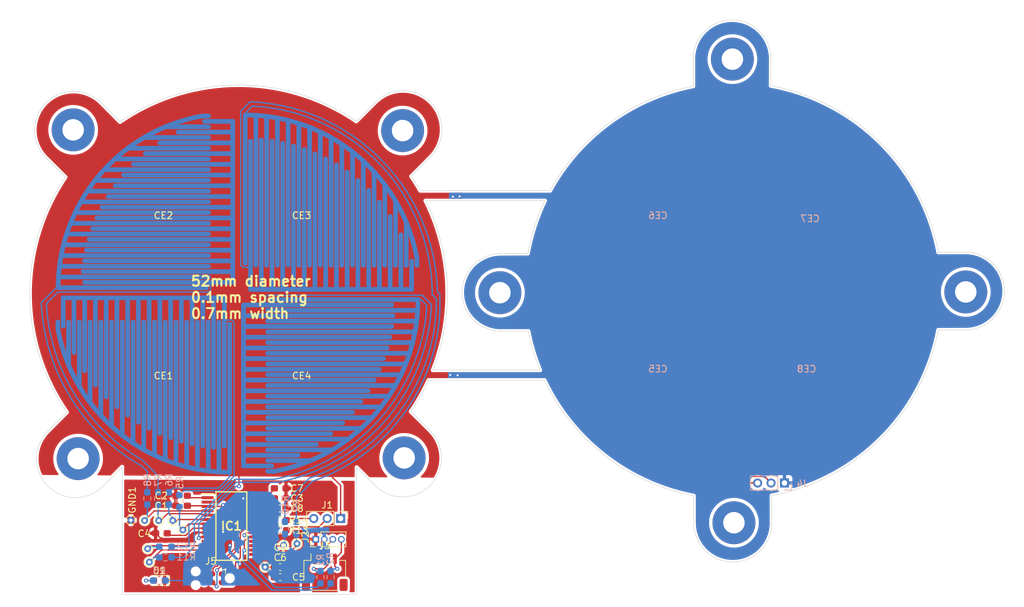
<source format=kicad_pcb>
(kicad_pcb (version 20241229) (generator "pcbnew") (generator_version "9.0")
  (layers (0 "F.Cu" signal) (2 "B.Cu" signal) (13 "F.Paste" user) (15 "B.Paste" user) (5 "F.SilkS" user "F.Silkscreen") (7 "B.SilkS" user "B.Silkscreen") (1 "F.Mask" user) (3 "B.Mask" user) (25 "Edge.Cuts" user))
  (net 0 "")
  (net 1 "Net-(IC1-VCCD)")
  (net 2 "GND")
  (net 3 "VDD")
  (net 4 "Net-(IC1-P5.2)")
  (net 5 "Net-(IC1-P5.3)")
  (net 6 "Net-(IC1-P5.0)")
  (net 7 "Net-(CE1-Pad2)")
  (net 8 "Net-(CE1-Pad1)")
  (net 9 "Net-(CE2-Pad2)")
  (net 10 "Net-(CE2-Pad1)")
  (net 15 "Net-(CE3-Pad1)")
  (net 16 "Net-(CE3-Pad2)")
  (net 17 "Net-(CE4-Pad1)")
  (net 18 "Net-(CE4-Pad2)")
  (net 19 "CAP3B")
  (net 20 "CAP2A")
  (net 21 "Net-(J1-Pin_3)")
  (net 22 "Net-(IC1-P0.1)")
  (net 27 "CAP0B")
  (net 28 "/RESET")
  (net 29 "Net-(IC1-P3.7)")
  (net 30 "CAP0A")
  (net 31 "CAP4A")
  (net 32 "Net-(IC1-P0.0)")
  (net 33 "CAP1A")
  (net 34 "CAP2B")
  (net 35 "CAP4B")
  (net 36 "Net-(IC1-P3.6)")
  (net 37 "CAP1B")
  (net 38 "CAP3A")
  (net 39 "SCL")
  (net 40 "SDA")
  (net 41 "SHIELD")
  (net 42 "Net-(J1-Pin_2)")
  (net 45 "Net-(D1-A)")
  (footprint "ECE382N:07W_01S_52D_COIL_BACK" (layer "F.Cu") (at 114.498103 83.585625 180)
    (property "Reference" "CE2")
    (property "Value" "C")
  )
  (footprint "MountingHole:MountingHole_3.2mm_M3_Pad" (layer "F.Cu") (at 154.300603 84.326125)
    (property "Reference" "H8" (hide yes))
    (property "Value" "~")
  )
  (footprint "ECE382N:07W_01S_52D_COIL_BACK" (layer "F.Cu") (at 116.353103 83.835625 90)
    (property "Reference" "CE3")
    (property "Value" "C")
  )
  (footprint "Capacitor_SMD:C_0603_1608Metric_Pad1.08x0.95mm_HandSolder" (layer "F.Cu") (at 103.875603 120.196125 180)
    (property "Reference" "C4")
    (property "Value" "0.1uF")
  )
  (footprint "TestPoint:TestPoint_THTPad_D1.0mm_Drill0.5mm" (layer "F.Cu") (at 105.575603 118.296125)
    (property "Reference" "TP2" (hide yes))
    (property "Value" "TestPoint")
  )
  (footprint "MountingHole:MountingHole_3.2mm_M3_Pad" (layer "F.Cu") (at 188.940603 49.506125)
    (property "Reference" "H5" (hide yes))
    (property "Value" "~")
  )
  (footprint "LED_SMD:LED_0603_1608Metric" (layer "F.Cu") (at 103.575603 127.246125 180)
    (property "Reference" "D1")
    (property "Value" "LED")
  )
  (footprint "Resistor_SMD:R_0603_1608Metric_Pad0.98x0.95mm_HandSolder" (layer "F.Cu") (at 121.575603 118.246125)
    (property "Reference" "R14")
    (property "Value" "560")
  )
  (footprint "Connector_PinHeader_1.27mm:PinHeader_1x04_P1.27mm_Vertical" (layer "F.Cu") (at 126.870603 121.096125 90)
    (property "Reference" "J2")
    (property "Value" "Conn_01x04")
  )
  (footprint "Capacitor_SMD:C_0603_1608Metric_Pad1.08x0.95mm_HandSolder" (layer "F.Cu") (at 106.875603 116.096125 180)
    (property "Reference" "C1")
    (property "Value" "0.1uF")
  )
  (footprint "ECE382N:07W_01S_52D_COIL_FRONT" (layer "F.Cu") (at 188.255603 83.145125 180)
    (property "Reference" "CE6")
    (property "Value" "C")
  )
  (footprint "TestPoint:TestPoint_THTPad_D1.0mm_Drill0.5mm" (layer "F.Cu") (at 103.475603 118.296125 180)
    (property "Reference" "TP3" (hide yes))
    (property "Value" "TestPoint")
  )
  (footprint "ECE382N:07W_01S_52D_COIL_FRONT" (layer "F.Cu") (at 190.110603 83.395125 90)
    (property "Reference" "CE7")
    (property "Value" "C")
  )
  (footprint "Capacitor_SMD:C_0603_1608Metric_Pad1.08x0.95mm_HandSolder" (layer "F.Cu") (at 121.575603 114.996125)
    (property "Reference" "C3")
    (property "Value" "2.2n")
  )
  (footprint "TestPoint:TestPoint_THTPad_D1.0mm_Drill0.5mm" (layer "F.Cu") (at 101.825603 122.496125 180)
    (property "Reference" "TP8" (hide yes))
    (property "Value" "TestPoint")
  )
  (footprint "MountingHole:MountingHole_3.2mm_M3_Pad" (layer "F.Cu") (at 90.730603 60.046125)
    (property "Reference" "H1" (hide yes))
    (property "Value" "~")
  )
  (footprint "Connector_PinHeader_2.00mm:PinHeader_1x03_P2.00mm_Vertical" (layer "F.Cu") (at 130.575603 117.996125 -90)
    (property "Reference" "J1")
    (property "Value" "Conn_01x03")
  )
  (footprint "Connector_JST:JST_SH_SM04B-SRSS-TB_1x04-1MP_P1.00mm_Horizontal" (layer "F.Cu") (at 128.213404 126.022534)
    (property "Reference" "J3")
    (property "Value" "Conn_01x04")
  )
  (footprint "MountingHole:MountingHole_3.2mm_M3_Pad" (layer "F.Cu") (at 223.710603 84.216125)
    (property "Reference" "H6" (hide yes))
    (property "Value" "~")
  )
  (footprint "ECE382N:SOP65P780X200-28N" (layer "F.Cu") (at 114.299108 119.121125)
    (property "Reference" "IC1")
    (property "Value" "CY8C4145PVI-PS431" (hide yes))
  )
  (footprint "TestPoint:TestPoint_THTPad_D1.0mm_Drill0.5mm" (layer "F.Cu") (at 101.375603 118.296125 180)
    (property "Reference" "TP4" (hide yes))
    (property "Value" "TestPoint")
  )
  (footprint "MountingHole:MountingHole_3.2mm_M3_Pad" (layer "F.Cu") (at 140.040603 108.956125)
    (property "Reference" "H4" (hide yes))
    (property "Value" "~")
  )
  (footprint "ECE382N:07W_01S_52D_COIL_BACK" (layer "F.Cu") (at 114.048103 85.096625 -90)
    (property "Reference" "CE1")
    (property "Value" "C")
  )
  (footprint "TestPoint:TestPoint_THTPad_D1.0mm_Drill0.5mm" (layer "F.Cu") (at 124.075603 121.746125 90)
    (property "Reference" "TP5" (hide yes))
    (property "Value" "TestPoint")
  )
  (footprint "TestPoint:TestPoint_THTPad_D1.0mm_Drill0.5mm" (layer "F.Cu") (at 122.075603 121.996125)
    (property "Reference" "TP6" (hide yes))
    (property "Value" "TestPoint")
  )
  (footprint "ECE382N:07W_01S_52D_COIL_BACK" (layer "F.Cu") (at 116.103103 85.356625)
    (property "Reference" "CE4")
    (property "Value" "C")
  )
  (footprint "Capacitor_SMD:C_0603_1608Metric_Pad1.08x0.95mm_HandSolder" (layer "F.Cu") (at 121.575603 116.496125)
    (property "Reference" "C8")
    (property "Value" "470n")
  )
  (footprint "TestPoint:TestPoint_THTPad_D1.0mm_Drill0.5mm" (layer "F.Cu") (at 102.075603 124.496125 180)
    (property "Reference" "TP7" (hide yes))
    (property "Value" "TestPoint")
  )
  (footprint "ECE382N:07W_01S_52D_COIL_FRONT" (layer "F.Cu") (at 189.860603 84.916125)
    (property "Reference" "CE8")
    (property "Value" "C")
  )
  (footprint "Connector:Tag-Connect_TC2030-IDC-NL_2x03_P1.27mm_Vertical" (layer "F.Cu") (at 111.52 126.9 180)
    (property "Reference" "J5")
    (property "Value" "Conn_ARM_SWD_TagConnect_TC2030-NL")
  )
  (footprint "TestPoint:TestPoint_THTPad_D1.0mm_Drill0.5mm" (layer "F.Cu") (at 119.325603 125.246125 180)
    (property "Reference" "VDDD1" (hide yes))
    (property "Value" "TestPoint")
  )
  (footprint "ECE382N:07W_01S_52D_COIL_FRONT" (layer "F.Cu") (at 187.805603 84.656125 -90)
    (property "Reference" "CE5")
    (property "Value" "C")
  )
  (footprint "Capacitor_SMD:C_0603_1608Metric_Pad1.08x0.95mm_HandSolder" (layer "F.Cu") (at 121.575603 126.746125)
    (property "Reference" "C5")
    (property "Value" "470n")
  )
  (footprint "MountingHole:MountingHole_3.2mm_M3_Pad" (layer "F.Cu") (at 91.470603 109.066125)
    (property "Reference" "H3" (hide yes))
    (property "Value" "~")
  )
  (footprint "MountingHole:MountingHole_3.2mm_M3_Pad" (layer "F.Cu") (at 189.170603 118.626125)
    (property "Reference" "H7" (hide yes))
    (property "Value" "~")
  )
  (footprint "TestPoint:TestPoint_THTPad_D1.0mm_Drill0.5mm" (layer "F.Cu") (at 99.325603 118.246125 -90)
    (property "Reference" "GND1")
    (property "Value" "TestPoint")
  )
  (footprint "Resistor_SMD:R_0603_1608Metric_Pad0.98x0.95mm_HandSolder" (layer "F.Cu") (at 121.575603 119.746125)
    (property "Reference" "R13")
    (property "Value" "560")
  )
  (footprint "Capacitor_SMD:C_0603_1608Metric_Pad1.08x0.95mm_HandSolder" (layer "F.Cu") (at 121.575603 123.746125)
    (property "Reference" "C9")
    (property "Value" "0.1uF")
  )
  (footprint "Capacitor_SMD:C_0603_1608Metric_Pad1.08x0.95mm_HandSolder" (layer "F.Cu") (at 106.875603 114.596125 180)
    (property "Reference" "C2")
    (property "Value" "0.1uF")
  )
  (footprint "Capacitor_SMD:C_0603_1608Metric_Pad1.08x0.95mm_HandSolder" (layer "F.Cu") (at 121.575603 113.496125)
    (property "Reference" "C7")
    (property "Value" "470n")
  )
  (footprint "Capacitor_SMD:C_0603_1608Metric_Pad1.08x0.95mm_HandSolder" (layer "F.Cu") (at 121.575603 125.246125)
    (property "Reference" "C6")
    (property "Value" "470n")
  )
  (footprint "MountingHole:MountingHole_3.2mm_M3_Pad" (layer "F.Cu") (at 139.810603 60.156125)
    (property "Reference" "H2" (hide yes))
    (property "Value" "~")
  )
  (footprint "TestPoint:TestPoint_THTPad_D1.0mm_Drill0.5mm" (layer "F.Cu") (at 107.075603 119.696125)
    (property "Reference" "TP1" (hide yes))
    (property "Value" "TestPoint")
  )
  (footprint "Resistor_SMD:R_0603_1608Metric_Pad0.98x0.95mm_HandSolder" (layer "B.Cu") (at 104.475603 123.796125)
    (property "Reference" "R11")
    (property "Value" "560")
  )
  (footprint "Connector_PinHeader_2.00mm:PinHeader_1x03_P2.00mm_Vertical" (layer "B.Cu") (at 196.7 112.7 90)
    (property "Reference" "J4")
    (property "Value" "Conn_01x03")
  )
  (footprint "Resistor_SMD:R_0603_1608Metric_Pad0.98x0.95mm_HandSolder" (layer "B.Cu") (at 106.575603 115.396125 90)
    (property "Reference" "R5")
    (property "Value" "560")
  )
  (footprint "Resistor_SMD:R_0603_1608Metric_Pad0.98x0.95mm_HandSolder" (layer "B.Cu") (at 101.775603 114.996125 90)
    (property "Reference" "R8")
    (property "Value" "560")
  )
  (footprint "Resistor_SMD:R_0603_1608Metric_Pad0.98x0.95mm_HandSolder" (layer "B.Cu") (at 104.475603 122.196125)
    (property "Reference" "R12")
    (property "Value" "560")
  )
  (footprint "Resistor_SMD:R_0603_1608Metric_Pad0.98x0.95mm_HandSolder" (layer "B.Cu") (at 104.975603 114.996125 90)
    (property "Reference" "R6")
    (property "Value" "560")
  )
  (footprint "Resistor_SMD:R_0603_1608Metric_Pad0.98x0.95mm_HandSolder" (layer "B.Cu") (at 103.575603 127.246125 180)
    (property "Reference" "R3")
    (property "Value" "560")
  )
  (footprint "Resistor_SMD:R_0603_1608Metric_Pad0.98x0.95mm_HandSolder" (layer "B.Cu") (at 127.575603 126.746125 90)
    (property "Reference" "R1")
    (property "Value" "560")
  )
  (footprint "Resistor_SMD:R_0603_1608Metric_Pad0.98x0.95mm_HandSolder" (layer "B.Cu") (at 122.275603 119.396125 90)
    (property "Reference" "R10")
    (property "Value" "560")
  )
  (footprint "Resistor_SMD:R_0603_1608Metric_Pad0.98x0.95mm_HandSolder" (layer "B.Cu") (at 103.375603 114.996125 90)
    (property "Reference" "R7")
    (property "Value" "560")
  )
  (footprint "Resistor_SMD:R_0603_1608Metric_Pad0.98x0.95mm_HandSolder" (layer "B.Cu") (at 129.075603 126.746125 90)
    (property "Reference" "R2")
    (property "Value" "560")
  )
  (footprint "Resistor_SMD:R_0603_1608Metric_Pad0.98x0.95mm_HandSolder" (layer "B.Cu") (at 123.975603 119.396125 90)
    (property "Reference" "R9")
    (property "Value" "560")
  )
  (gr_arc (start 183.958912 112.025601) (mid 169.846686 63.027486) (end 217.4 81.43) (stroke (width 0.2)) (layer "F.Cu") (net 21))
  (gr_arc (start 144.841534 86.487411) (mid 139.3 102.15) (end 125.910603 111.986125) (stroke (width 0.2)) (layer "B.Cu") (net 16))
  (gr_arc (start 143.365011 87.046493) (mid 136.178297 103.414632) (end 120.590603 112.166125) (stroke (width 0.2)) (layer "B.Cu") (net 18))
  (gr_arc (start 100.993253 110.196788) (mid 90.46 100.14) (end 86.000402 86.276365) (stroke (width 0.2)) (layer "B.Cu") (net 9))
  (gr_arc (start 101.010001 109.249998) (mid 90.91518 99.413362) (end 86.746587 85.949052) (stroke (width 0.2)) (layer "B.Cu") (net 10))
  (gr_arc (start 145.363761 86.96501) (mid 139.81116 102.625678) (end 126.400603 112.436125) (stroke (width 0.2)) (layer "B.Cu") (net 15))
  (gr_arc (start 117.750603 56.525183) (mid 136.560315 65.317527) (end 144.220256 84.616125) (stroke (width 0.2)) (layer "B.Cu") (net 16))
  (gr_arc (start 117.071561 55.863037) (mid 136.624356 64.493564) (end 144.992696 84.159999) (stroke (width 0.2)) (layer "B.Cu") (net 15))
  (gr_arc (start 144.103438 86.074997) (mid 137.280847 103.318979) (end 121.22 112.59) (stroke (width 0.2)) (layer "B.Cu") (net 17))
  (gr_arc (start 223.651497 78.289511) (mid 229.459757 84.063598) (end 223.685657 89.871859) (stroke (width 0.076)) (layer "Edge.Cuts"))
  (gr_line (start 158.461984 78.481857) (end 154.404418 78.493829) (stroke (width 0.076)) (layer "Edge.Cuts"))
  (gr_arc (start 141.098387 66.97434) (mid 141.786265 68.031544) (end 142.43071 69.115769) (stroke (width 0.076)) (layer "Edge.Cuts"))
  (gr_line (start 194.682781 49.489631) (end 194.666875 53.468563) (stroke (width 0.076)) (layer "Edge.Cuts"))
  (gr_line (start 143.84 104.84) (end 141.030272 102.049989) (stroke (width 0.076)) (layer "Edge.Cuts"))
  (gr_line (start 160.944964 97.363487) (end 143.678563 97.363487) (stroke (width 0.076)) (layer "Edge.Cuts"))
  (gr_arc (start 160.285344 95.868899) (mid 159.271853 93.008977) (end 158.541849 90.063913) (stroke (width 0.076)) (layer "Edge.Cuts"))
  (gr_line (start 144.313293 95.868899) (end 160.285344 95.868899) (stroke (width 0.076)) (layer "Edge.Cuts"))
  (gr_arc (start 154.50133 90.075825) (mid 148.661705 84.3019) (end 154.404418 78.493829) (stroke (width 0.076)) (layer "Edge.Cuts"))
  (gr_line (start 89.580603 67.086125) (end 86.72 64.241158) (stroke (width 0.076)) (layer "Edge.Cuts"))
  (gr_line (start 154.50133 90.075825) (end 158.541849 90.063913) (stroke (width 0.076)) (layer "Edge.Cuts"))
  (gr_line (start 89.795118 102.152737) (end 86.978563 104.98596) (stroke (width 0.076)) (layer "Edge.Cuts"))
  (gr_arc (start 143.678563 97.363487) (mid 142.455996 99.764139) (end 141.030272 102.049989) (stroke (width 0.076)) (layer "Edge.Cuts"))
  (gr_line (start 194.80272 118.631295) (end 194.79728 114.568705) (stroke (width 0.076)) (layer "Edge.Cuts"))
  (gr_line (start 98.032045 110.279773) (end 98.032045 129.291112) (stroke (width 0.076)) (layer "Edge.Cuts"))
  (gr_arc (start 219.613758 89.883864) (mid 211.021935 106.063052) (end 194.79728 114.568705) (stroke (width 0.076)) (layer "Edge.Cuts"))
  (gr_line (start 161.016654 70.610357) (end 143.225581 70.610357) (stroke (width 0.076)) (layer "Edge.Cuts"))
  (gr_arc (start 135.753366 55.922479) (mid 143.945009 55.896617) (end 143.969165 64.086586) (stroke (width 0.076)) (layer "Edge.Cuts"))
  (gr_line (start 135.756738 55.919088) (end 132.916505 58.776131) (stroke (width 0.076)) (layer "Edge.Cuts"))
  (gr_line (start 135.699468 113.081652) (end 132.970821 110.360303) (stroke (width 0.076)) (layer "Edge.Cuts"))
  (gr_arc (start 183.187911 114.605833) (mid 170.004705 108.644333) (end 160.944964 97.363487) (stroke (width 0.076)) (layer "Edge.Cuts"))
  (gr_arc (start 158.461984 78.481857) (mid 159.47635 74.460762) (end 161.016654 70.610357) (stroke (width 0.076)) (layer "Edge.Cuts"))
  (gr_line (start 98.032045 129.291112) (end 132.970821 129.291112) (stroke (width 0.076)) (layer "Edge.Cuts"))
  (gr_line (start 219.613758 89.883864) (end 223.685657 89.871859) (stroke (width 0.076)) (layer "Edge.Cuts"))
  (gr_line (start 183.193351 118.668423) (end 183.187911 114.605833) (stroke (width 0.076)) (layer "Edge.Cuts"))
  (gr_arc (start 194.666875 53.468563) (mid 210.998023 62.013559) (end 219.625303 78.30139) (stroke (width 0.076)) (layer "Edge.Cuts"))
  (gr_line (start 94.906774 56.040454) (end 97.708772 58.864943) (stroke (width 0.076)) (layer "Edge.Cuts"))
  (gr_line (start 183.106139 53.534334) (end 183.100623 49.414925) (stroke (width 0.076)) (layer "Edge.Cuts"))
  (gr_arc (start 161.783891 69.115769) (mid 170.709203 58.949699) (end 183.106139 53.534334) (stroke (width 0.076)) (layer "Edge.Cuts"))
  (gr_arc (start 97.70877 58.864942) (mid 115.298862 53.359302) (end 132.916506 58.776129) (stroke (width 0.076)) (layer "Edge.Cuts"))
  (gr_arc (start 143.225581 70.610357) (mid 146.451599 83.124126) (end 144.313292 95.868899) (stroke (width 0.076)) (layer "Edge.Cuts"))
  (gr_arc (start 95.192553 113.151649) (mid 86.980664 113.197973) (end 86.978563 104.98596) (stroke (width 0.076)) (layer "Edge.Cuts"))
  (gr_arc (start 89.795116 102.152738) (mid 84.274824 84.652545) (end 89.580603 67.086125) (stroke (width 0.076)) (layer "Edge.Cuts"))
  (gr_arc (start 143.84 104.84) (mid 143.91681 113.058731) (end 135.697756 113.082845) (stroke (width 0.076)) (layer "Edge.Cuts"))
  (gr_arc (start 86.72 64.241158) (mid 86.682853 56.013288) (end 94.910774 56.036519) (stroke (width 0.076)) (layer "Edge.Cuts"))
  (gr_arc (start 194.80272 118.631295) (mid 189.016664 124.474984) (end 183.193351 118.668423) (stroke (width 0.076)) (layer "Edge.Cuts"))
  (gr_line (start 141.098387 66.97434) (end 143.969165 64.086586) (stroke (width 0.076)) (layer "Edge.Cuts"))
  (gr_line (start 223.651497 78.289511) (end 219.625303 78.30139) (stroke (width 0.076)) (layer "Edge.Cuts"))
  (gr_line (start 132.970821 129.291112) (end 132.970821 110.360303) (stroke (width 0.076)) (layer "Edge.Cuts"))
  (gr_line (start 95.192553 113.151649) (end 98.032045 110.279773) (stroke (width 0.076)) (layer "Edge.Cuts"))
  (gr_line (start 142.43071 69.115769) (end 161.783891 69.115769) (stroke (width 0.076)) (layer "Edge.Cuts"))
  (gr_arc (start 183.100623 49.414925) (mid 188.883947 43.661254) (end 194.682781 49.489631) (stroke (width 0.076)) (layer "Edge.Cuts"))
  (gr_text "52mm diameter\n0.1mm spacing\n0.7mm width" (at 108.11 88.32 0) (layer "F.SilkS") (effects (font (size 1.5 1.5) (thickness 0.3) (bold yes)) (justify left bottom)))
  (segment (start 108.175603 114.896125) (end 110.761108 114.896125) (width 0.2) (layer "F.Cu") (net 1))
  (segment (start 110.761108 120.096125) (end 108.508389 120.096125) (width 0.2) (layer "F.Cu") (net 2))
  (segment (start 126.870603 123.865335) (end 126.713404 124.022534) (width 0.2) (layer "F.Cu") (net 2))
  (segment (start 126.870603 121.096125) (end 126.870603 123.865335) (width 0.2) (layer "F.Cu") (net 2))
  (segment (start 129.599603 119.270125) (end 129.599603 115.520125) (width 0.2) (layer "F.Cu") (net 2))
  (segment (start 108.508389 120.096125) (end 107.632389 120.972125) (width 0.2) (layer "F.Cu") (net 2))
  (segment (start 107.632389 120.972125) (end 103.789102 120.972125) (width 0.2) (layer "F.Cu") (net 2))
  (segment (start 103.789102 120.972125) (end 103.013102 120.196125) (width 0.2) (layer "F.Cu") (net 2))
  (segment (start 131.482849 120.153371) (end 131.482849 122.496125) (width 0.2) (layer "F.Cu") (net 2))
  (segment (start 113.075603 114.996125) (end 114.075603 114.996125) (width 0.2) (layer "F.Cu") (net 2))
  (segment (start 110.761108 115.546125) (end 112.525603 115.546125) (width 0.2) (layer "F.Cu") (net 2))
  (segment (start 112.525603 115.546125) (end 113.075603 114.996125) (width 0.2) (layer "F.Cu") (net 2))
  (via (at 114.075603 121.996125) (size 0.6) (drill 0.3) (layers "F.Cu" "B.Cu") (net 2))
  (via (at 115.559888 124.76184) (size 0.6) (drill 0.3) (layers "F.Cu" "B.Cu") (net 2))
  (segment (start 115.184888 124.38684) (end 115.184888 124.10541) (width 0.4) (layer "B.Cu") (net 2))
  (segment (start 115.184888 124.10541) (end 114.075603 122.996125) (width 0.4) (layer "B.Cu") (net 2))
  (segment (start 114.075603 122.996125) (end 114.075603 121.996125) (width 0.4) (layer "B.Cu") (net 2))
  (segment (start 115.559888 124.76184) (end 115.184888 124.38684) (width 0.4) (layer "B.Cu") (net 2))
  (segment (start 120.313103 123.346125) (end 120.713103 123.746125) (width 0.2) (layer "F.Cu") (net 3))
  (segment (start 110.761108 116.196125) (end 112.875603 116.196125) (width 0.2) (layer "F.Cu") (net 3))
  (segment (start 113.225855 125.772938) (end 113.225855 125.985873) (width 0.2) (layer "F.Cu") (net 3))
  (segment (start 110.661108 116.096125) (end 110.761108 116.196125) (width 0.2) (layer "F.Cu") (net 3))
  (segment (start 107.540289 120.497125) (end 108.591289 119.446125) (width 0.2) (layer "F.Cu") (net 3))
  (segment (start 107.738103 116.096125) (end 109.075603 116.096125) (width 0.2) (layer "F.Cu") (net 3))
  (segment (start 105.039104 120.497125) (end 107.540289 120.497125) (width 0.2) (layer "F.Cu") (net 3))
  (segment (start 109.075603 116.096125) (end 110.661108 116.096125) (width 0.2) (layer "F.Cu") (net 3))
  (segment (start 113.41592 125.582873) (end 113.225855 125.772938) (width 0.2) (layer "F.Cu") (net 3))
  (segment (start 112.525603 119.446125) (end 113.075603 119.996125) (width 0.2) (layer "F.Cu") (net 3))
  (segment (start 108.591289 119.446125) (end 110.761108 119.446125) (width 0.2) (layer "F.Cu") (net 3))
  (segment (start 113.225855 125.985873) (end 112.815603 126.396125) (width 0.2) (layer "F.Cu") (net 3))
  (segment (start 117.837108 123.346125) (end 120.313103 123.346125) (width 0.2) (layer "F.Cu") (net 3))
  (segment (start 117.837108 114.896125) (end 116.175603 114.896125) (width 0.2) (layer "F.Cu") (net 3))
  (segment (start 128.140603 121.096125) (end 127.713404 121.523324) (width 0.2) (layer "F.Cu") (net 3))
  (segment (start 116.175603 114.896125) (end 116.075603 114.996125) (width 0.2) (layer "F.Cu") (net 3))
  (segment (start 127.713404 124.022534) (end 127.713404 122.496125) (width 0.2) (layer "F.Cu") (net 3))
  (segment (start 104.738104 120.196125) (end 105.039104 120.497125) (width 0.2) (layer "F.Cu") (net 3))
  (segment (start 119.325603 125.246125) (end 120.713102 125.246125) (width 0.2) (layer "F.Cu") (net 3))
  (segment (start 110.761108 119.446125) (end 112.525603 119.446125) (width 0.2) (layer "F.Cu") (net 3))
  (segment (start 112.875603 116.196125) (end 113.075603 115.996125) (width 0.2) (layer "F.Cu") (net 3))
  (segment (start 127.713404 121.523324) (end 127.713404 122.496125) (width 0.2) (layer "F.Cu") (net 3))
  (segment (start 120.713102 126.746125) (end 120.713103 123.746125) (width 0.2) (layer "F.Cu") (net 3))
  (via (at 113.075603 115.996125) (size 0.6) (drill 0.3) (layers "F.Cu" "B.Cu") (net 3))
  (via (at 127.713404 122.496125) (size 0.6) (drill 0.3) (layers "F.Cu" "B.Cu") (net 3))
  (via (at 113.41592 125.582873) (size 0.6) (drill 0.3) (layers "F.Cu" "B.Cu") (net 3))
  (via (at 113.075603 119.996125) (size 0.6) (drill 0.3) (layers "F.Cu" "B.Cu") (net 3))
  (via (at 116.075603 114.996125) (size 0.6) (drill 0.3) (layers "F.Cu" "B.Cu") (net 3))
  (segment (start 128.140603 121.096125) (end 128.140603 121.931125) (width 0.2) (layer "B.Cu") (net 3))
  (segment (start 128.075603 121.996125) (end 127.575603 122.496125) (width 0.2) (layer "B.Cu") (net 3))
  (segment (start 128.140603 121.931125) (end 128.075603 121.996125) (width 0.2) (layer "B.Cu") (net 3))
  (segment (start 128.140603 121.096125) (end 128.140603 119.561125) (width 0.2) (layer "B.Cu") (net 3))
  (segment (start 104.488103 127.246125) (end 107.325603 127.246125) (width 0.2) (layer "B.Cu") (net 3))
  (segment (start 120.275603 114.733624) (end 118.813102 116.196125) (width 0.2) (layer "F.Cu") (net 4))
  (segment (start 118.813102 116.196125) (end 117.837108 116.196125) (width 0.2) (layer "F.Cu") (net 4))
  (segment (start 117.837108 115.546125) (end 117.888108 115.597125) (width 0.2) (layer "F.Cu") (net 5))
  (segment (start 118.724603 115.597125) (end 120.713102 113.608626) (width 0.2) (layer "F.Cu") (net 5))
  (segment (start 120.713102 113.608626) (end 120.713102 113.496125) (width 0.2) (layer "F.Cu") (net 5))
  (segment (start 117.888108 115.597125) (end 118.724603 115.597125) (width 0.2) (layer "F.Cu") (net 5))
  (segment (start 120.063102 116.846125) (end 117.837108 116.846125) (width 0.2) (layer "F.Cu") (net 6))
  (segment (start 120.475603 116.433624) (end 120.063102 116.846125) (width 0.2) (layer "F.Cu") (net 6))
  (segment (start 105.603103 113.456125) (end 112.37269 113.456125) (width 0.2) (layer "B.Cu") (net 7))
  (segment (start 104.975603 114.083625) (end 105.603103 113.456125) (width 0.2) (layer "B.Cu") (net 7))
  (segment (start 112.37269 113.456125) (end 114.048103 111.780712) (width 0.2) (layer "B.Cu") (net 7))
  (segment (start 114.048103 111.780712) (end 114.048103 99.902625) (width 0.2) (layer "B.Cu") (net 7))
  (segment (start 114.699103 111.696812) (end 114.699103 88.675611) (width 0.2) (layer "B.Cu") (net 8))
  (segment (start 113.671089 88.401625) (end 113.248103 88.824611) (width 0.2) (layer "B.Cu") (net 8))
  (segment (start 106.575603 114.483625) (end 107.202103 113.857125) (width 0.2) (layer "B.Cu") (net 8))
  (segment (start 114.425117 88.401625) (end 113.671089 88.401625) (width 0.2) (layer "B.Cu") (net 8))
  (segment (start 112.53879 113.857125) (end 114.699103 111.696812) (width 0.2) (layer "B.Cu") (net 8))
  (segment (start 107.202103 113.857125) (end 112.53879 113.857125) (width 0.2) (layer "B.Cu") (net 8))
  (segment (start 114.699103 88.675611) (end 114.425117 88.401625) (width 0.2) (layer "B.Cu") (net 8))
  (segment (start 113.248103 88.824611) (end 113.248103 96.296625) (width 0.2) (layer "B.Cu") (net 8))
  (segment (start 86.000402 86.276365) (end 86.000402 85.789598) (width 0.2) (layer "B.Cu") (net 9))
  (segment (start 88.204375 83.585625) (end 99.692103 83.585625) (width 0.2) (layer "B.Cu") (net 9))
  (segment (start 101.775603 110.979138) (end 100.993253 110.196788) (width 0.2) (layer "B.Cu") (net 9))
  (segment (start 101.775603 114.083625) (end 101.775603 110.979138) (width 0.2) (layer "B.Cu") (net 9))
  (segment (start 86.000402 85.789598) (end 88.204375 83.585625) (width 0.2) (layer "B.Cu") (net 9))
  (segment (start 103.375603 111.6156) (end 101.010001 109.249998) (width 0.2) (layer "B.Cu") (net 10))
  (segment (start 110.919117 84.236625) (end 88.459014 84.236625) (width 0.2) (layer "B.Cu") (net 10))
  (segment (start 88.459014 84.236625) (end 86.746587 85.949052) (width 0.2) (layer "B.Cu") (net 10))
  (segment (start 111.193103 83.962639) (end 110.919117 84.236625) (width 0.2) (layer "B.Cu") (net 10))
  (segment (start 103.375603 114.083625) (end 103.375603 111.6156) (width 0.2) (layer "B.Cu") (net 10))
  (segment (start 111.193103 83.208611) (end 111.193103 83.962639) (width 0.2) (layer "B.Cu") (net 10))
  (segment (start 110.770117 82.785625) (end 111.193103 83.208611) (width 0.2) (layer "B.Cu") (net 10))
  (segment (start 103.298103 82.785625) (end 110.770117 82.785625) (width 0.2) (layer "B.Cu") (net 10))
  (segment (start 145.363761 84.531063) (end 144.992698 84.16) (width 0.2) (layer "B.Cu") (net 15))
  (segment (start 117.153103 80.107639) (end 117.153103 72.635625) (width 0.2) (layer "B.Cu") (net 15))
  (segment (start 123.975603 114.861125) (end 126.400603 112.436125) (width 0.2) (layer "B.Cu") (net 15))
  (segment (start 117.071561 55.863037) (end 115.702103 57.232495) (width 0.2) (layer "B.Cu") (net 15))
  (segment (start 145.363761 86.96501) (end 145.363761 84.531063) (width 0.2) (layer "B.Cu") (net 15))
  (segment (start 123.975603 118.483625) (end 123.975603 114.861125) (width 0.2) (layer "B.Cu") (net 15))
  (segment (start 115.976089 80.530625) (end 116.730117 80.530625) (width 0.2) (layer "B.Cu") (net 15))
  (segment (start 116.730117 80.530625) (end 117.153103 80.107639) (width 0.2) (layer "B.Cu") (net 15))
  (segment (start 115.702103 80.256639) (end 115.976089 80.530625) (width 0.2) (layer "B.Cu") (net 15))
  (segment (start 115.702103 57.232495) (end 115.702103 80.256639) (width 0.2) (layer "B.Cu") (net 15))
  (segment (start 117.374817 56.525183) (end 117.750603 56.525183) (width 0.2) (layer "B.Cu") (net 16))
  (segment (start 116.353103 57.546897) (end 117.374817 56.525183) (width 0.2) (layer "B.Cu") (net 16))
  (segment (start 144.841534 85.237403) (end 144.841534 86.487411) (width 0.2) (layer "B.Cu") (net 16))
  (segment (start 144.220256 84.616125) (end 144.841534 85.237403) (width 0.2) (layer "B.Cu") (net 16))
  (segment (start 122.275603 115.621125) (end 125.910603 111.986125) (width 0.2) (layer "B.Cu") (net 16))
  (segment (start 116.353103 69.029625) (end 116.353103 57.546897) (width 0.2) (layer "B.Cu") (net 16))
  (segment (start 122.275603 118.483625) (end 122.275603 115.621125) (width 0.2) (layer "B.Cu") (net 16))
  (segment (start 122.375603 118.383625) (end 122.275603 118.483625) (width 0.2) (layer "B.Cu") (net 16))
  (segment (start 115.030603 112.586125) (end 120.443927 112.586125) (width 0.2) (layer "B.Cu") (net 17))
  (segment (start 119.831089 86.156625) (end 127.303103 86.156625) (width 0.2) (layer "B.Cu") (net 17))
  (segment (start 108.775603 122.196125) (end 108.775603 118.841125) (width 0.2) (layer "B.Cu") (net 17))
  (segment (start 119.408103 84.979611) (end 119.408103 85.733639) (width 0.2) (layer "B.Cu") (net 17))
  (segment (start 120.443927 112.586125) (end 121.236616 112.586125) (width 0.2) (layer "B.Cu") (net 17))
  (segment (start 119.408103 85.733639) (end 119.831089 86.156625) (width 0.2) (layer "B.Cu") (net 17))
  (segment (start 119.682089 84.705625) (end 119.408103 84.979611) (width 0.2) (layer "B.Cu") (net 17))
  (segment (start 105.388103 123.796125) (end 107.175603 123.796125) (width 0.2) (layer "B.Cu") (net 17))
  (segment (start 144.103438 86.074997) (end 142.734066 84.705625) (width 0.2) (layer "B.Cu") (net 17))
  (segment (start 142.734066 84.705625) (end 119.682089 84.705625) (width 0.2) (layer "B.Cu") (net 17))
  (segment (start 108.775603 118.841125) (end 115.030603 112.586125) (width 0.2) (layer "B.Cu") (net 17))
  (segment (start 107.175603 123.796125) (end 108.775603 122.196125) (width 0.2) (layer "B.Cu") (net 17))
  (segment (start 112.04049 114.922524) (end 112.04049 114.976238) (width 0.2) (layer "B.Cu") (net 18))
  (segment (start 107.975603 119.041125) (end 107.975603 122.196125) (width 0.2) (layer "B.Cu") (net 18))
  (segment (start 142.566625 85.356625) (end 143.365011 86.155011) (width 0.2) (layer "B.Cu") (net 18))
  (segment (start 120.581027 112.156125) (end 114.806889 112.156125) (width 0.2) (layer "B.Cu") (net 18))
  (segment (start 143.365011 86.155011) (end 143.365011 87.046493) (width 0.2) (layer "B.Cu") (net 18))
  (segment (start 112.04049 114.976238) (end 107.975603 119.041125) (width 0.2) (layer "B.Cu") (net 18))
  (segment (start 107.975603 122.196125) (end 105.388103 122.196125) (width 0.2) (layer "B.Cu") (net 18))
  (segment (start 114.806889 112.156125) (end 112.04049 114.922524) (width 0.2) (layer "B.Cu") (net 18))
  (segment (start 130.909103 85.356625) (end 142.566625 85.356625) (width 0.2) (layer "B.Cu") (net 18))
  (segment (start 117.837108 122.046125) (end 117.888108 122.097125) (width 0.2) (layer "F.Cu") (net 19))
  (segment (start 121.974603 122.097125) (end 122.075603 121.996125) (width 0.2) (layer "F.Cu") (net 19))
  (segment (start 117.837108 122.170125) (end 117.837108 122.046125) (width 0.2) (layer "F.Cu") (net 19))
  (segment (start 117.888108 122.097125) (end 121.974603 122.097125) (width 0.2) (layer "F.Cu") (net 19))
  (segment (start 122.275603 121.796125) (end 122.075603 121.996125) (width 0.2) (layer "B.Cu") (net 19))
  (segment (start 122.275603 120.308625) (end 122.275603 121.796125) (width 0.2) (layer "B.Cu") (net 19))
  (segment (start 110.761108 117.496125) (end 110.637108 117.372125) (width 0.2) (layer "F.Cu") (net 20))
  (segment (start 104.798603 117.273125) (end 103.675603 118.396125) (width 0.2) (layer "F.Cu") (net 20))
  (segment (start 109.572608 117.372125) (end 109.572608 117.273125) (width 0.2) (layer "F.Cu") (net 20))
  (segment (start 109.572608 117.273125) (end 104.798603 117.273125) (width 0.2) (layer "F.Cu") (net 20))
  (segment (start 110.637108 117.372125) (end 109.572608 117.372125) (width 0.2) (layer "F.Cu") (net 20))
  (segment (start 103.375603 118.096125) (end 103.675603 118.396125) (width 0.2) (layer "B.Cu") (net 20))
  (segment (start 103.375603 115.908625) (end 103.375603 118.096125) (width 0.2) (layer "B.Cu") (net 20))
  (segment (start 173.404728 83.19) (end 161.13 83.19) (width 0.2) (layer "F.Cu") (net 21))
  (segment (start 122.988103 117.996125) (end 122.488103 118.496125) (width 0.2) (layer "F.Cu") (net 21))
  (segment (start 190.110603 68.589125) (end 190.110603 56.189397) (width 0.2) (layer "F.Cu") (net 21))
  (segment (start 173.449603 83.145125) (end 173.404728 83.19) (width 0.2) (layer "F.Cu") (net 21))
  (segment (start 187.805603 111.580212) (end 187.805603 99.462125) (width 0.2) (layer "F.Cu") (net 21))
  (segment (start 160.61 83.71) (end 160.61 83.72) (width 0.2) (layer "F.Cu") (net 21))
  (segment (start 161.13 83.19) (end 160.61 83.71) (width 0.2) (layer "F.Cu") (net 21))
  (segment (start 187.805603 111.516125) (end 187.805603 111.580212) (width 0.2) (layer "F.Cu") (net 21))
  (segment (start 187.642907 111.742907) (end 187.754689 111.631125) (width 0.2) (layer "F.Cu") (net 21))
  (segment (start 126.575603 117.996125) (end 122.988103 117.996125) (width 0.2) (layer "F.Cu") (net 21))
  (segment (start 187.805603 111.631125) (end 187.805603 111.516125) (width 0.2) (layer "F.Cu") (net 21))
  (segment (start 214.513875 84.916125) (end 204.666603 84.916125) (width 0.2) (layer "F.Cu") (net 21))
  (segment (start 187.754689 111.631125) (end 187.856516 111.631125) (width 0.2) (layer "F.Cu") (net 21))
  (segment (start 188.925391 112.7) (end 192.7 112.7) (width 0.2) (layer "F.Cu") (net 21))
  (segment (start 217.4 82.03) (end 217.4 81.43) (width 0.2) (layer "F.Cu") (net 21))
  (segment (start 187.642907 111.742907) (end 187.805603 111.580212) (width 0.2) (layer "F.Cu") (net 21))
  (segment (start 187.360214 112.025601) (end 187.642907 111.742907) (width 0.2) (layer "F.Cu") (net 21))
  (segment (start 217.4 82.03) (end 214.513875 84.916125) (width 0.2) (layer "F.Cu") (net 21))
  (segment (start 183.958912 112.025601) (end 187.360214 112.025601) (width 0.2) (layer "F.Cu") (net 21))
  (segment (start 190.110603 56.189397) (end 190.645 55.655) (width 0.2) (layer "F.Cu") (net 21))
  (segment (start 187.856516 111.631125) (end 188.925391 112.7) (width 0.2) (layer "F.Cu") (net 21))
  (segment (start 112.030092 128.035473) (end 112.019289 128.035473) (width 0.2) (layer "F.Cu") (net 22))
  (segment (start 111.844885 127.95772) (end 111.55329 127.666125) (width 0.2) (layer "F.Cu") (net 22))
  (segment (start 116.275603 118.796125) (end 117.837108 118.796125) (width 0.2) (layer "F.Cu") (net 22))
  (segment (start 112.019289 128.035473) (end 111.941536 127.95772) (width 0.2) (layer "F.Cu") (net 22))
  (segment (start 111.55329 127.666125) (end 111.545603 127.666125) (width 0.2) (layer "F.Cu") (net 22))
  (segment (start 115.226603 119.845125) (end 116.275603 118.796125) (width 0.2) (layer "F.Cu") (net 22))
  (segment (start 115.226603 122.645125) (end 115.226603 119.845125) (width 0.2) (layer "F.Cu") (net 22))
  (segment (start 112.11278 128.118161) (end 112.030092 128.035473) (width 0.2) (layer "F.Cu") (net 22))
  (segment (start 112.152973 125.718755) (end 115.226603 122.645125) (width 0.2) (layer "F.Cu") (net 22))
  (segment (start 111.941536 127.95772) (end 111.844885 127.95772) (width 0.2) (layer "F.Cu") (net 22))
  (via (at 112.11278 128.118161) (size 0.6) (drill 0.3) (layers "F.Cu" "B.Cu") (net 22))
  (via (at 112.152973 125.718755) (size 0.6) (drill 0.3) (layers "F.Cu" "B.Cu") (net 22))
  (segment (start 112.042255 128.035473) (end 112 127.993218) (width 0.2) (layer "B.Cu") (net 22))
  (segment (start 112.042255 128.047636) (end 112.042255 128.035473) (width 0.2) (layer "B.Cu") (net 22))
  (segment (start 112 127.81101) (end 112.152973 127.658037) (width 0.2) (layer "B.Cu") (net 22))
  (segment (start 112.11278 128.118161) (end 112.042255 128.047636) (width 0.2) (layer "B.Cu") (net 22))
  (segment (start 112.152973 127.658037) (end 112.152973 125.718755) (width 0.2) (layer "B.Cu") (net 22))
  (segment (start 112 127.993218) (end 112 127.81101) (width 0.2) (layer "B.Cu") (net 22))
  (segment (start 120.663103 118.496125) (end 120.313103 118.146125) (width 0.2) (layer "F.Cu") (net 27))
  (segment (start 120.313103 118.146125) (end 117.837108 118.146125) (width 0.2) (layer "F.Cu") (net 27))
  (segment (start 111.90403 125.117755) (end 112.186873 125.117755) (width 0.2) (layer "F.Cu") (net 28))
  (segment (start 112.186873 125.117755) (end 114.825603 122.479025) (width 0.2) (layer "F.Cu") (net 28))
  (segment (start 114.825603 122.479025) (end 114.825603 119.44313) (width 0.2) (layer "F.Cu") (net 28))
  (segment (start 114.825603 119.44313) (end 116.772608 117.496125) (width 0.2) (layer "F.Cu") (net 28))
  (segment (start 111.545603 126.026125) (end 111.578002 125.993726) (width 0.2) (layer "F.Cu") (net 28))
  (segment (start 111.551973 125.469812) (end 111.90403 125.117755) (width 0.2) (layer "F.Cu") (net 28))
  (segment (start 111.551973 125.967698) (end 111.551973 125.469812) (width 0.2) (layer "F.Cu") (net 28))
  (segment (start 111.578002 125.993726) (end 111.551973 125.967698) (width 0.2) (layer "F.Cu") (net 28))
  (segment (start 111.545603 126.396125) (end 111.545603 126.026125) (width 0.2) (layer "F.Cu") (net 28))
  (segment (start 116.772608 117.496125) (end 117.837108 117.496125) (width 0.2) (layer "F.Cu") (net 28))
  (segment (start 117.787108 120.146125) (end 117.837108 120.096125) (width 0.2) (layer "F.Cu") (net 29))
  (segment (start 116.227603 120.495597) (end 116.577075 120.146125) (width 0.2) (layer "F.Cu") (net 29))
  (segment (start 116.577075 120.146125) (end 117.787108 120.146125) (width 0.2) (layer "F.Cu") (net 29))
  (via (at 116.227603 120.495597) (size 0.6) (drill 0.3) (layers "F.Cu" "B.Cu") (net 29))
  (segment (start 116.524131 120.44271) (end 116.828603 120.747182) (width 0.2) (layer "B.Cu") (net 29))
  (segment (start 116.28049 120.44271) (end 116.524131 120.44271) (width 0.2) (layer "B.Cu") (net 29))
  (segment (start 120.843286 128.263808) (end 125.55792 128.263808) (width 0.2) (layer "B.Cu") (net 29))
  (segment (start 116.828603 124.243125) (end 116.825603 124.246125) (width 0.2) (layer "B.Cu") (net 29))
  (segment (start 125.55792 128.263808) (end 125.575603 128.246125) (width 0.2) (layer "B.Cu") (net 29))
  (segment (start 116.825603 124.246125) (end 120.843286 128.263808) (width 0.2) (layer "B.Cu") (net 29))
  (segment (start 127.075603 128.158625) (end 127.575603 127.658625) (width 0.2) (layer "B.Cu") (net 29))
  (segment (start 125.575603 128.246125) (end 127.075603 128.246125) (width 0.2) (layer "B.Cu") (net 29))
  (segment (start 116.227603 120.495597) (end 116.28049 120.44271) (width 0.2) (layer "B.Cu") (net 29))
  (segment (start 116.828603 120.747182) (end 116.828603 124.243125) (width 0.2) (layer "B.Cu") (net 29))
  (segment (start 127.075603 128.246125) (end 127.075603 128.158625) (width 0.2) (layer "B.Cu") (net 29))
  (segment (start 119.013103 121.396125) (end 117.837108 121.396125) (width 0.2) (layer "F.Cu") (net 30))
  (segment (start 120.402901 120.006327) (end 119.013103 121.396125) (width 0.2) (layer "F.Cu") (net 30))
  (segment (start 120.670423 120.006327) (end 120.402901 120.006327) (width 0.2) (layer "F.Cu") (net 30))
  (segment (start 110.761108 122.696125) (end 103.875603 122.696125) (width 0.2) (layer "F.Cu") (net 31))
  (segment (start 103.875603 122.696125) (end 102.075603 124.496125) (width 0.2) (layer "F.Cu") (net 31))
  (segment (start 102.775603 123.796125) (end 102.075603 124.496125) (width 0.2) (layer "B.Cu") (net 31))
  (segment (start 103.563103 123.796125) (end 102.775603 123.796125) (width 0.2) (layer "B.Cu") (net 31))
  (segment (start 117.837108 119.446125) (end 116.375603 119.446125) (width 0.2) (layer "F.Cu") (net 32))
  (segment (start 114.436152 127.877425) (end 113.026903 127.877425) (width 0.2) (layer "F.Cu") (net 32))
  (segment (start 114.931903 124.539881) (end 114.931903 127.381674) (width 0.2) (layer "F.Cu") (net 32))
  (segment (start 116.375603 119.446125) (end 115.627603 120.194125) (width 0.2) (layer "F.Cu") (net 32))
  (segment (start 114.931903 127.381674) (end 114.436152 127.877425) (width 0.2) (layer "F.Cu") (net 32))
  (segment (start 113.026903 127.877425) (end 112.815603 127.666125) (width 0.2) (layer "F.Cu") (net 32))
  (segment (start 115.627603 123.844182) (end 114.931903 124.539881) (width 0.2) (layer "F.Cu") (net 32))
  (segment (start 115.627603 120.194125) (end 115.627603 123.844182) (width 0.2) (layer "F.Cu") (net 32))
  (segment (start 107.175603 119.596125) (end 107.975603 118.796125) (width 0.2) (layer "F.Cu") (net 33))
  (segment (start 107.975603 118.796125) (end 110.761108 118.796125) (width 0.2) (layer "F.Cu") (net 33))
  (segment (start 106.575603 116.308625) (end 106.575603 119.196125) (width 0.2) (layer "B.Cu") (net 33))
  (segment (start 106.575603 119.196125) (end 107.075603 119.696125) (width 0.2) (layer "B.Cu") (net 33))
  (segment (start 110.735108 116.872125) (end 102.851603 116.872125) (width 0.2) (layer "F.Cu") (net 34))
  (segment (start 110.761108 116.846125) (end 110.735108 116.872125) (width 0.2) (layer "F.Cu") (net 34))
  (segment (start 101.375603 118.296125) (end 102.825603 116.846125) (width 0.2) (layer "F.Cu") (net 34))
  (segment (start 102.851603 116.872125) (end 102.825603 116.846125) (width 0.2) (layer "F.Cu") (net 34))
  (segment (start 101.775603 115.908625) (end 101.775603 117.896125) (width 0.2) (layer "B.Cu") (net 34))
  (segment (start 101.775603 117.896125) (end 101.375603 118.296125) (width 0.2) (layer "B.Cu") (net 34))
  (segment (start 102.275603 122.046125) (end 101.825603 122.496125) (width 0.2) (layer "F.Cu") (net 35))
  (segment (start 110.761108 122.046125) (end 102.275603 122.046125) (width 0.2) (layer "F.Cu") (net 35))
  (segment (start 102.125603 122.196125) (end 101.825603 122.496125) (width 0.2) (layer "B.Cu") (net 35))
  (segment (start 103.563103 122.196125) (end 102.125603 122.196125) (width 0.2) (layer "B.Cu") (net 35))
  (segment (start 116.227603 121.344125) (end 116.825603 120.746125) (width 0.2) (layer "F.Cu") (net 36))
  (segment (start 116.825603 120.746125) (end 117.837108 120.746125) (width 0.2) (layer "F.Cu") (net 36))
  (segment (start 117.772108 120.811125) (end 117.837108 120.746125) (width 0.2) (layer "F.Cu") (net 36))
  (segment (start 116.227603 122.746125) (end 116.227603 121.344125) (width 0.2) (layer "F.Cu") (net 36))
  (via (at 116.227603 122.746125) (size 0.6) (drill 0.3) (layers "F.Cu" "B.Cu") (net 36))
  (segment (start 120.311386 128.664808) (end 128.31942 128.664808) (width 0.2) (layer "B.Cu") (net 36))
  (segment (start 116.075603 124.429025) (end 120.311386 128.664808) (width 0.2) (layer "B.Cu") (net 36))
  (segment (start 116.075603 122.898125) (end 116.075603 124.429025) (width 0.2) (layer "B.Cu") (net 36))
  (segment (start 128.31942 128.664808) (end 129.075603 127.908625) (width 0.2) (layer "B.Cu") (net 36))
  (segment (start 116.227603 122.746125) (end 116.075603 122.898125) (width 0.2) (layer "B.Cu") (net 36))
  (segment (start 106.075603 118.396125) (end 106.325603 118.146125) (width 0.2) (layer "F.Cu") (net 37))
  (segment (start 106.325603 118.146125) (end 110.761108 118.146125) (width 0.2) (layer "F.Cu") (net 37))
  (segment (start 104.975603 115.908625) (end 104.975603 117.296125) (width 0.2) (layer "B.Cu") (net 37))
  (segment (start 104.975603 117.296125) (end 106.075603 118.396125) (width 0.2) (layer "B.Cu") (net 37))
  (segment (start 117.938108 122.797125) (end 123.274603 122.797125) (width 0.2) (layer "F.Cu") (net 38))
  (segment (start 123.274603 122.797125) (end 124.075603 121.996125) (width 0.2) (layer "F.Cu") (net 38))
  (segment (start 117.837108 122.696125) (end 117.938108 122.797125) (width 0.2) (layer "F.Cu") (net 38))
  (segment (start 123.975603 120.308625) (end 123.975603 121.896125) (width 0.2) (layer "B.Cu") (net 38))
  (segment (start 123.975603 121.896125) (end 124.075603 121.996125) (width 0.2) (layer "B.Cu") (net 38))
  (segment (start 129.713404 125.133926) (end 130.075603 125.496125) (width 0.2) (layer "F.Cu") (net 39))
  (segment (start 129.713404 124.022534) (end 129.713404 125.133926) (width 0.2) (layer "F.Cu") (net 39))
  (segment (start 130.680603 123.055335) (end 129.713404 124.022534) (width 0.2) (layer "F.Cu") (net 39))
  (segment (start 130.680603 121.096125) (end 130.680603 123.055335) (width 0.2) (layer "F.Cu") (net 39))
  (via (at 130.075603 125.496125) (size 0.6) (drill 0.3) (layers "F.Cu" "B.Cu") (net 39))
  (segment (start 130.075603 125.496125) (end 129.663103 125.496125) (width 0.2) (layer "B.Cu") (net 39))
  (segment (start 129.663103 125.496125) (end 129.075603 126.083625) (width 0.2) (layer "B.Cu") (net 39))
  (segment (start 126.575603 125.496125) (end 128.075603 125.496125) (width 0.2) (layer "F.Cu") (net 40))
  (segment (start 129.410603 121.096125) (end 128.713404 121.793324) (width 0.2) (layer "F.Cu") (net 40))
  (segment (start 128.075603 125.496125) (end 128.713404 124.858324) (width 0.2) (layer "F.Cu") (net 40))
  (segment (start 128.713404 124.858324) (end 128.713404 124.022534) (width 0.2) (layer "F.Cu") (net 40))
  (segment (start 128.713404 121.793324) (end 128.713404 124.022534) (width 0.2) (layer "F.Cu") (net 40))
  (via (at 126.575603 125.496125) (size 0.6) (drill 0.3) (layers "F.Cu" "B.Cu") (net 40))
  (segment (start 126.575603 125.496125) (end 127.163103 126.083625) (width 0.2) (layer "B.Cu") (net 40))
  (segment (start 127.163103 126.083625) (end 127.575603 126.083625) (width 0.2) (layer "B.Cu") (net 40))
  (segment (start 109.614261 120.746125) (end 109.442452 120.917934) (width 0.2) (layer "F.Cu") (net 41))
  (segment (start 110.761108 120.746125) (end 109.614261 120.746125) (width 0.2) (layer "F.Cu") (net 41))
  (segment (start 130.575603 113.065824) (end 129.075603 111.565825) (width 0.2) (layer "F.Cu") (net 41))
  (segment (start 130.575603 117.996125) (end 130.575603 113.065824) (width 0.2) (layer "F.Cu") (net 41))
  (segment (start 115.432629 113.186125) (end 115.432629 111.632629) (width 0.2) (layer "F.Cu") (net 41))
  (segment (start 129.075603 111.565825) (end 129.075603 110.996125) (width 0.2) (layer "F.Cu") (net 41))
  (via (at 148 96.636125) (size 0.6) (drill 0.3) (layers "F.Cu" "B.Cu") (net 41))
  (via (at 147.3 70) (size 0.6) (drill 0.3) (layers "F.Cu" "B.Cu") (net 41))
  (via (at 109.442452 120.917934) (size 0.6) (drill 0.3) (layers "F.Cu" "B.Cu") (net 41))
  (via (at 146.9 96.6) (size 0.6) (drill 0.3) (layers "F.Cu" "B.Cu") (net 41))
  (via (at 115.432629 113.186125) (size 0.6) (drill 0.3) (layers "F.Cu" "B.Cu") (net 41))
  (via (at 148.3 69.956125) (size 0.6) (drill 0.3) (layers "F.Cu" "B.Cu") (net 41))
  (segment (start 109.442452 118.741376) (end 109.442452 120.917934) (width 0.2) (layer "B.Cu") (net 41))
  (segment (start 147.343875 69.956125) (end 147.3 70) (width 0.2) (layer "B.Cu") (net 41))
  (segment (start 114.997703 113.186125) (end 109.442452 118.741376) (width 0.2) (layer "B.Cu") (net 41))
  (segment (start 146.936125 96.636125) (end 146.9 96.6) (width 0.2) (layer "B.Cu") (net 41))
  (segment (start 148 96.636125) (end 146.936125 96.636125) (width 0.2) (layer "B.Cu") (net 41))
  (segment (start 115.432629 113.186125) (end 114.997703 113.186125) (width 0.2) (layer "B.Cu") (net 41))
  (segment (start 148.3 69.956125) (end 147.343875 69.956125) (width 0.2) (layer "B.Cu") (net 41))
  (segment (start 193.724 111.724) (end 194.7 112.7) (width 0.2) (layer "F.Cu") (net 42))
  (segment (start 187.428589 87.961125) (end 188.182617 87.961125) (width 0.2) (layer "F.Cu") (net 42))
  (segment (start 190.698478 111.724) (end 193.724 111.724) (width 0.2) (layer "F.Cu") (net 42))
  (segment (start 127.325603 119.246125) (end 128.575602 117.996126) (width 0.2) (layer "F.Cu") (net 42))
  (segment (start 187.005603 95.856125) (end 187.005603 85.307125) (width 0.2) (layer "F.Cu") (net 42))
  (segment (start 188.456603 88.235111) (end 188.456603 109.482125) (width 0.2) (layer "F.Cu") (net 42))
  (segment (start 177.055603 82.345125) (end 187.604603 82.345125) (width 0.2) (layer "F.Cu") (net 42))
  (segment (start 187.005603 95.856125) (end 187.005603 88.384111) (width 0.2) (layer "F.Cu") (net 42))
  (segment (start 187.005603 88.384111) (end 187.428589 87.961125) (width 0.2) (layer "F.Cu") (net 42))
  (segment (start 188.182617 87.961125) (end 188.456603 88.235111) (width 0.2) (layer "F.Cu") (net 42))
  (segment (start 190.910603 81.402125) (end 190.910603 72.195125) (width 0.2) (layer "F.Cu") (net 42))
  (segment (start 188.456603 109.482125) (end 190.698478 111.724) (width 0.2) (layer "F.Cu") (net 42))
  (segment (start 122.495423 120.006327) (end 123.255625 119.246125) (width 0.2) (layer "F.Cu") (net 42))
  (segment (start 187.604603 82.345125) (end 190.975603 85.716125) (width 0.2) (layer "F.Cu") (net 42))
  (segment (start 123.255625 119.246125) (end 127.325603 119.246125) (width 0.2) (layer "F.Cu") (net 42))
  (segment (start 190.975603 85.716125) (end 201.060603 85.716125) (width 0.2) (layer "F.Cu") (net 42))
  (segment (start 128.575602 117.996126) (end 128.575602 117.996125) (width 0.2) (layer "F.Cu") (net 42))
  (segment (start 187.005603 85.307125) (end 190.910603 81.402125) (width 0.2) (layer "F.Cu") (net 42))
  (segment (start 102.788102 127.246125) (end 101.575603 127.246125) (width 0.2) (layer "F.Cu") (net 45))
  (via (at 101.575603 127.246125) (size 0.6) (drill 0.3) (layers "F.Cu" "B.Cu") (net 45))
  (segment (start 101.575603 127.246125) (end 102.663103 127.246125) (width 0.2) (layer "B.Cu") (net 45))
  (zone (net 41) (net_name "SHIELD") (layer "F.Cu") (connect_pads (clearance 0.5)) (min_thickness 0.25) (fill yes (thermal_gap 0.5) (thermal_bridge_width 0.5))
    (polygon (pts (xy 79.830603 50.906125) (xy 83.11992 111.481869) (xy 148.11104 111.934781) (xy 149.052815 52.71918)))
  )
  (zone (net 2) (net_name "GND") (layer "F.Cu") (connect_pads (clearance 0.35)) (min_thickness 0.2) (fill yes (thermal_gap 0.4) (thermal_bridge_width 0.5))
    (polygon (pts (xy 83.218818 112.106785) (xy 83.512005 130.994781) (xy 147.942005 131.164781) (xy 148.241402 112.468656)))
  )
  (zone (net 41) (net_name "SHIELD") (layer "B.Cu") (connect_pads (clearance 0.5)) (min_thickness 0.25) (fill yes (thermal_gap 0.5) (thermal_bridge_width 0.5))
    (polygon (pts (xy 146.841712 40.686125) (xy 146.411806 126.317343) (xy 232.400603 126.586125) (xy 231.110603 40.686125)))
  )
  (zone (net 3) (net_name "VDD") (layer "B.Cu") (priority 1) (connect_pads (clearance 0.5)) (min_thickness 0.25) (fill yes (thermal_gap 0.5) (thermal_bridge_width 0.5))
    (polygon (pts (xy 111.825603 113.746125) (xy 107.325603 117.496125) (xy 107.075603 127.996125) (xy 129.075603 127.996125) (xy 128.971262 122.24575) (xy 128.86692 119.246125) (xy 125.075603 119.496125) (xy 120.075603 113.996125)))
  )
)
</source>
